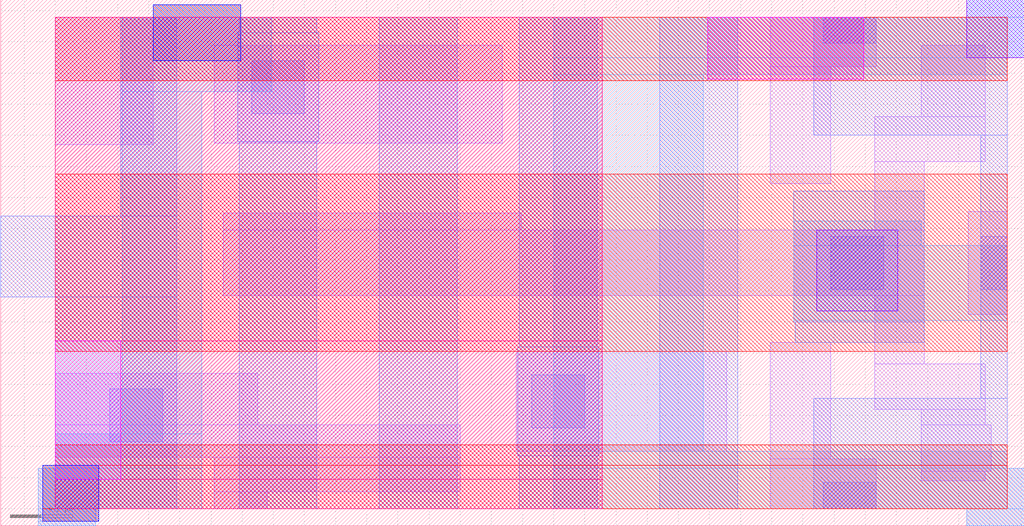
<source format=lef>
# Copyright 2020 The SkyWater PDK Authors
#
# Licensed under the Apache License, Version 2.0 (the "License");
# you may not use this file except in compliance with the License.
# You may obtain a copy of the License at
#
#     https://www.apache.org/licenses/LICENSE-2.0
#
# Unless required by applicable law or agreed to in writing, software
# distributed under the License is distributed on an "AS IS" BASIS,
# WITHOUT WARRANTIES OR CONDITIONS OF ANY KIND, either express or implied.
# See the License for the specific language governing permissions and
# limitations under the License.
#
# SPDX-License-Identifier: Apache-2.0

VERSION 5.7 ;
  NOWIREEXTENSIONATPIN ON ;
  DIVIDERCHAR "/" ;
  BUSBITCHARS "[]" ;
MACRO sky130_fd_bd_sram__sram_dp_swldrv_opt1di
  CLASS BLOCK ;
  FOREIGN sky130_fd_bd_sram__sram_dp_swldrv_opt1di ;
  ORIGIN  0.175000  0.055000 ;
  SIZE  3.285000 BY  1.690000 ;
  OBS
    LAYER li1 ;
      RECT 0.000000 0.165000 1.300000 0.270000 ;
      RECT 0.000000 0.270000 0.650000 0.435000 ;
      RECT 0.000000 1.170000 0.315000 1.580000 ;
      RECT 0.510000 0.000000 0.680000 0.055000 ;
      RECT 0.510000 0.055000 1.300000 0.165000 ;
      RECT 0.510000 1.175000 1.435000 1.490000 ;
      RECT 0.540000 0.685000 2.790000 0.895000 ;
      RECT 0.540000 0.895000 1.495000 0.950000 ;
      RECT 1.480000 0.185000 2.155000 0.505000 ;
      RECT 2.295000 0.000000 2.635000 0.160000 ;
      RECT 2.295000 0.160000 2.490000 0.535000 ;
      RECT 2.295000 1.045000 2.490000 1.420000 ;
      RECT 2.295000 1.420000 2.635000 1.580000 ;
      RECT 2.630000 0.320000 2.985000 0.465000 ;
      RECT 2.630000 0.465000 2.790000 0.685000 ;
      RECT 2.630000 0.895000 2.790000 1.115000 ;
      RECT 2.630000 1.115000 2.985000 1.260000 ;
      RECT 2.780000 0.090000 2.985000 0.120000 ;
      RECT 2.780000 0.120000 3.005000 0.270000 ;
      RECT 2.780000 0.270000 2.985000 0.320000 ;
      RECT 2.780000 1.260000 2.985000 1.490000 ;
      RECT 2.930000 0.625000 3.055000 0.955000 ;
    LAYER mcon ;
      RECT 0.175000 0.215000 0.345000 0.385000 ;
      RECT 0.630000 1.270000 0.800000 1.440000 ;
      RECT 1.530000 0.260000 1.700000 0.430000 ;
      RECT 2.465000 0.000000 2.635000 0.085000 ;
      RECT 2.465000 1.495000 2.635000 1.580000 ;
      RECT 2.490000 0.705000 2.660000 0.875000 ;
      RECT 2.970000 0.705000 3.055000 0.875000 ;
    LAYER met1 ;
      RECT -0.175000  0.680000 0.390000 0.940000 ;
      RECT -0.055000 -0.055000 0.130000 0.000000 ;
      RECT -0.055000  0.000000 0.390000 0.130000 ;
      RECT  0.000000  0.130000 0.390000 0.680000 ;
      RECT  0.210000  0.940000 0.390000 1.580000 ;
      RECT  0.585000  1.180000 0.845000 1.530000 ;
      RECT  0.590000  0.000000 0.840000 1.180000 ;
      RECT  0.590000  1.530000 0.840000 1.580000 ;
      RECT  1.040000  0.000000 1.290000 1.580000 ;
      RECT  1.485000  0.170000 1.745000 0.520000 ;
      RECT  1.490000  0.000000 1.740000 0.170000 ;
      RECT  1.490000  0.520000 1.740000 1.580000 ;
      RECT  1.940000  0.000000 2.190000 1.580000 ;
      RECT  2.370000  0.600000 2.790000 1.020000 ;
      RECT  2.375000  0.535000 2.790000 0.600000 ;
      RECT  2.435000  0.000000 3.110000 0.130000 ;
      RECT  2.435000  0.130000 3.055000 0.355000 ;
      RECT  2.435000  1.200000 3.055000 1.450000 ;
      RECT  2.435000  1.450000 3.110000 1.580000 ;
      RECT  2.925000 -0.055000 3.110000 0.000000 ;
      RECT  2.925000  1.580000 3.110000 1.635000 ;
      RECT  2.970000  0.355000 3.055000 1.200000 ;
    LAYER met2 ;
      RECT -0.055000 -0.055000 0.130000 -0.040000 ;
      RECT -0.055000 -0.040000 0.140000  0.000000 ;
      RECT -0.055000  0.000000 0.470000  0.130000 ;
      RECT -0.040000  0.130000 0.470000  0.140000 ;
      RECT  0.000000  0.140000 0.470000  0.240000 ;
      RECT  0.215000  0.240000 0.470000  1.340000 ;
      RECT  0.215000  1.340000 0.695000  1.580000 ;
      RECT  0.315000  1.580000 0.595000  1.620000 ;
      RECT  1.600000  0.000000 3.110000  0.130000 ;
      RECT  1.600000  0.130000 3.055000  0.185000 ;
      RECT  1.600000  0.185000 2.080000  1.395000 ;
      RECT  1.600000  1.395000 3.055000  1.450000 ;
      RECT  1.600000  1.450000 3.110000  1.580000 ;
      RECT  2.370000  0.605000 3.055000  0.845000 ;
      RECT  2.370000  0.845000 2.780000  0.925000 ;
      RECT  2.925000 -0.055000 3.110000  0.000000 ;
      RECT  2.925000  1.580000 3.110000  1.635000 ;
    LAYER met3 ;
      RECT -0.040000 -0.040000 0.140000 0.000000 ;
      RECT -0.040000  0.000000 3.055000 0.140000 ;
      RECT  0.000000  0.140000 3.055000 0.205000 ;
      RECT  0.000000  0.505000 3.055000 1.075000 ;
      RECT  0.000000  1.375000 3.055000 1.580000 ;
      RECT  0.315000  1.580000 0.595000 1.620000 ;
    LAYER nwell ;
      RECT 0.000000 0.000000 1.755000 0.095000 ;
      RECT 0.210000 0.095000 1.755000 0.540000 ;
    LAYER nwell ;
      RECT 0.000000 0.540000 1.755000 1.580000 ;
    LAYER pwell ;
      RECT 0.000000 0.095000 0.210000 0.540000 ;
      RECT 2.095000 1.380000 2.595000 1.580000 ;
    LAYER via ;
      RECT 2.445000 0.635000 2.705000 0.895000 ;
      RECT 2.925000 1.450000 3.110000 1.635000 ;
    LAYER via2 ;
      RECT -0.040000 -0.040000 0.140000 0.140000 ;
      RECT  0.315000  1.440000 0.595000 1.620000 ;
  END
END sky130_fd_bd_sram__sram_dp_swldrv_opt1di
END LIBRARY

</source>
